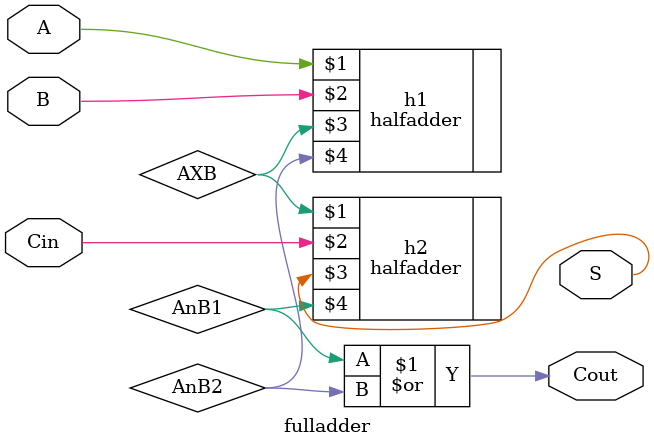
<source format=v>
module fulladder (
    input A,
    input B,
    input Cin,
    output S,
    output Cout
    );

wire  AXB,AnB1, AnB2 ;
halfadder h1 (A,B,AXB,AnB2);
halfadder h2 (AXB,Cin,S, AnB1);
or o1 (Cout,AnB1,AnB2);

endmodule
</source>
